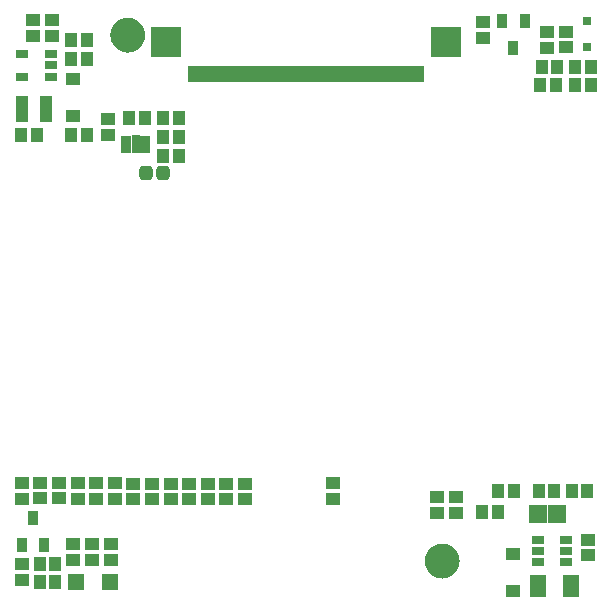
<source format=gts>
G04*
G04 #@! TF.GenerationSoftware,Altium Limited,Altium Designer,19.0.11 (319)*
G04*
G04 Layer_Color=8388736*
%FSLAX44Y44*%
%MOMM*%
G71*
G01*
G75*
%ADD33C,3.0000*%
%ADD34R,1.0532X1.1532*%
%ADD35R,1.4032X1.4032*%
%ADD36R,1.4032X1.4032*%
%ADD37R,0.8032X0.8032*%
%ADD38R,1.1532X1.0532*%
%ADD39R,1.2032X1.1032*%
%ADD40R,0.8532X1.1532*%
%ADD41R,1.1032X1.2032*%
%ADD42R,1.0032X0.7532*%
%ADD43R,1.0032X2.2032*%
%ADD44R,1.1532X1.1032*%
%ADD45R,1.5032X1.6032*%
%ADD46R,1.4032X1.8532*%
%ADD47R,0.9032X0.5032*%
%ADD48R,0.7532X1.5132*%
%ADD49R,2.6032X2.6032*%
%ADD50R,0.5032X1.4032*%
G04:AMPARAMS|DCode=51|XSize=1.2032mm|YSize=1.2032mm|CornerRadius=0.3516mm|HoleSize=0mm|Usage=FLASHONLY|Rotation=0.000|XOffset=0mm|YOffset=0mm|HoleType=Round|Shape=RoundedRectangle|*
%AMROUNDEDRECTD51*
21,1,1.2032,0.5000,0,0,0.0*
21,1,0.5000,1.2032,0,0,0.0*
1,1,0.7032,0.2500,-0.2500*
1,1,0.7032,-0.2500,-0.2500*
1,1,0.7032,-0.2500,0.2500*
1,1,0.7032,0.2500,0.2500*
%
%ADD51ROUNDEDRECTD51*%
D33*
X98510Y479750D02*
G03*
X98510Y479750I-10J0D01*
G01*
X364760Y34500D02*
G03*
X364760Y34500I-10J0D01*
G01*
D34*
X128750Y409250D02*
D03*
X141750D02*
D03*
X128750Y393500D02*
D03*
X141750D02*
D03*
X24000Y32250D02*
D03*
X37000D02*
D03*
X24000Y16500D02*
D03*
X37000D02*
D03*
X449000Y453000D02*
D03*
X462000D02*
D03*
X487750Y94000D02*
D03*
X474750D02*
D03*
X459750D02*
D03*
X446750D02*
D03*
D35*
X83600Y16500D02*
D03*
D36*
X55000D02*
D03*
D37*
X487000Y469500D02*
D03*
Y491500D02*
D03*
D38*
X376250Y88500D02*
D03*
Y75500D02*
D03*
X360500Y88500D02*
D03*
Y75500D02*
D03*
X272500Y100250D02*
D03*
Y87250D02*
D03*
X166250Y100000D02*
D03*
Y87000D02*
D03*
X197750Y100000D02*
D03*
Y87000D02*
D03*
X103250Y87000D02*
D03*
Y100000D02*
D03*
X150500Y100000D02*
D03*
Y87000D02*
D03*
X182000Y100000D02*
D03*
Y87000D02*
D03*
X24500Y100500D02*
D03*
Y87500D02*
D03*
X40250Y87500D02*
D03*
Y100500D02*
D03*
X134750Y87000D02*
D03*
Y100000D02*
D03*
X119000Y100000D02*
D03*
Y87000D02*
D03*
X469250Y482500D02*
D03*
Y469500D02*
D03*
X34000Y479250D02*
D03*
Y492250D02*
D03*
X18250Y479250D02*
D03*
Y492250D02*
D03*
D39*
X87500Y86750D02*
D03*
Y100250D02*
D03*
X71750Y86750D02*
D03*
Y100250D02*
D03*
X56000Y86750D02*
D03*
Y100250D02*
D03*
X8750Y100750D02*
D03*
Y87250D02*
D03*
X9000Y32000D02*
D03*
Y18500D02*
D03*
X52500Y35500D02*
D03*
Y49000D02*
D03*
X68250Y35500D02*
D03*
Y49000D02*
D03*
X453250Y469000D02*
D03*
Y482500D02*
D03*
X84000Y35500D02*
D03*
Y49000D02*
D03*
X399500Y490500D02*
D03*
Y477000D02*
D03*
X488000Y52750D02*
D03*
Y39250D02*
D03*
X82000Y395500D02*
D03*
Y409000D02*
D03*
D40*
X18500Y70750D02*
D03*
X28000Y47750D02*
D03*
X9000D02*
D03*
X425000Y468500D02*
D03*
X415500Y491500D02*
D03*
X434500D02*
D03*
D41*
X461250Y437250D02*
D03*
X447750D02*
D03*
X477500D02*
D03*
X491000D02*
D03*
X477500Y453000D02*
D03*
X491000D02*
D03*
X50500Y475750D02*
D03*
X64000D02*
D03*
X50500Y395250D02*
D03*
X64000D02*
D03*
X22000D02*
D03*
X8500D02*
D03*
X50500Y460000D02*
D03*
X64000D02*
D03*
X412000Y76000D02*
D03*
X398500D02*
D03*
X425500Y94000D02*
D03*
X412000D02*
D03*
X128500Y377750D02*
D03*
X142000D02*
D03*
X113250Y409250D02*
D03*
X99750D02*
D03*
D42*
X33250Y444750D02*
D03*
Y454250D02*
D03*
Y463750D02*
D03*
X9250D02*
D03*
Y444750D02*
D03*
X469500Y52750D02*
D03*
Y43250D02*
D03*
Y33750D02*
D03*
X445500D02*
D03*
Y43250D02*
D03*
Y52750D02*
D03*
D43*
X29000Y417500D02*
D03*
X9000D02*
D03*
D44*
X52500Y442750D02*
D03*
Y411250D02*
D03*
X424500Y40750D02*
D03*
Y9250D02*
D03*
D45*
X445750Y74750D02*
D03*
X461750D02*
D03*
D46*
X445500Y13250D02*
D03*
X473500D02*
D03*
D47*
X97250Y392250D02*
D03*
Y387250D02*
D03*
Y382250D02*
D03*
X113250D02*
D03*
Y387250D02*
D03*
Y392250D02*
D03*
D48*
X105250Y387250D02*
D03*
D49*
X131250Y474000D02*
D03*
X368250D02*
D03*
D50*
X152250Y447000D02*
D03*
X157250D02*
D03*
X162250D02*
D03*
X167250D02*
D03*
X172250D02*
D03*
X177250D02*
D03*
X182250D02*
D03*
X187250D02*
D03*
X192250D02*
D03*
X197250D02*
D03*
X202250D02*
D03*
X207250D02*
D03*
X212250D02*
D03*
X217250D02*
D03*
X222250D02*
D03*
X227250D02*
D03*
X232250D02*
D03*
X237250D02*
D03*
X242250D02*
D03*
X247250D02*
D03*
X252250D02*
D03*
X257250D02*
D03*
X262250D02*
D03*
X267250D02*
D03*
X272250D02*
D03*
X277250D02*
D03*
X282250D02*
D03*
X287250D02*
D03*
X292250D02*
D03*
X297250D02*
D03*
X302250D02*
D03*
X307250D02*
D03*
X312250D02*
D03*
X317250D02*
D03*
X322250D02*
D03*
X327250D02*
D03*
X332250D02*
D03*
X337250D02*
D03*
X342250D02*
D03*
X347250D02*
D03*
D51*
X114000Y363000D02*
D03*
X128500D02*
D03*
M02*

</source>
